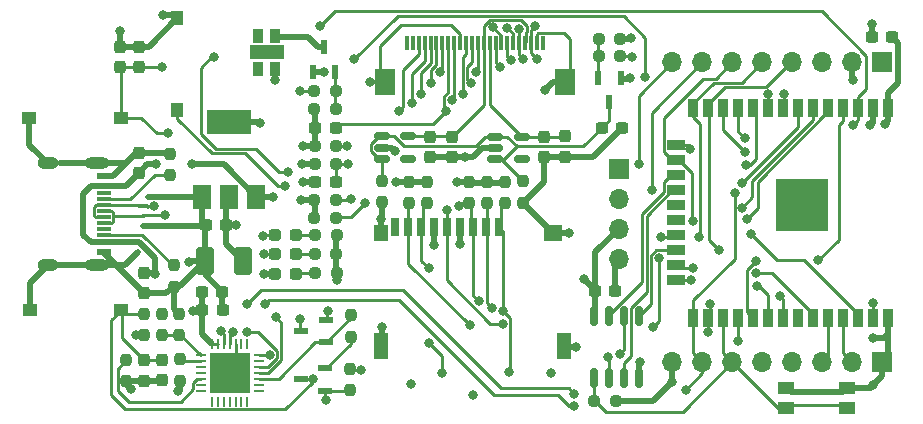
<source format=gtl>
%TF.GenerationSoftware,KiCad,Pcbnew,7.0.2*%
%TF.CreationDate,2024-01-21T15:04:14+01:00*%
%TF.ProjectId,ESP32CAM,45535033-3243-4414-9d2e-6b696361645f,rev?*%
%TF.SameCoordinates,Original*%
%TF.FileFunction,Copper,L1,Top*%
%TF.FilePolarity,Positive*%
%FSLAX46Y46*%
G04 Gerber Fmt 4.6, Leading zero omitted, Abs format (unit mm)*
G04 Created by KiCad (PCBNEW 7.0.2) date 2024-01-21 15:04:14*
%MOMM*%
%LPD*%
G01*
G04 APERTURE LIST*
G04 Aperture macros list*
%AMRoundRect*
0 Rectangle with rounded corners*
0 $1 Rounding radius*
0 $2 $3 $4 $5 $6 $7 $8 $9 X,Y pos of 4 corners*
0 Add a 4 corners polygon primitive as box body*
4,1,4,$2,$3,$4,$5,$6,$7,$8,$9,$2,$3,0*
0 Add four circle primitives for the rounded corners*
1,1,$1+$1,$2,$3*
1,1,$1+$1,$4,$5*
1,1,$1+$1,$6,$7*
1,1,$1+$1,$8,$9*
0 Add four rect primitives between the rounded corners*
20,1,$1+$1,$2,$3,$4,$5,0*
20,1,$1+$1,$4,$5,$6,$7,0*
20,1,$1+$1,$6,$7,$8,$9,0*
20,1,$1+$1,$8,$9,$2,$3,0*%
G04 Aperture macros list end*
%TA.AperFunction,SMDPad,CuDef*%
%ADD10R,1.150000X0.600000*%
%TD*%
%TA.AperFunction,SMDPad,CuDef*%
%ADD11R,1.150000X0.300000*%
%TD*%
%TA.AperFunction,ComponentPad*%
%ADD12O,2.100000X1.000000*%
%TD*%
%TA.AperFunction,ComponentPad*%
%ADD13O,1.800000X1.000000*%
%TD*%
%TA.AperFunction,SMDPad,CuDef*%
%ADD14RoundRect,0.237500X-0.237500X0.250000X-0.237500X-0.250000X0.237500X-0.250000X0.237500X0.250000X0*%
%TD*%
%TA.AperFunction,SMDPad,CuDef*%
%ADD15RoundRect,0.237500X-0.237500X0.300000X-0.237500X-0.300000X0.237500X-0.300000X0.237500X0.300000X0*%
%TD*%
%TA.AperFunction,SMDPad,CuDef*%
%ADD16RoundRect,0.237500X-0.287500X-0.237500X0.287500X-0.237500X0.287500X0.237500X-0.287500X0.237500X0*%
%TD*%
%TA.AperFunction,SMDPad,CuDef*%
%ADD17R,0.600000X1.300000*%
%TD*%
%TA.AperFunction,SMDPad,CuDef*%
%ADD18R,1.250000X1.000000*%
%TD*%
%TA.AperFunction,SMDPad,CuDef*%
%ADD19RoundRect,0.237500X-0.250000X-0.237500X0.250000X-0.237500X0.250000X0.237500X-0.250000X0.237500X0*%
%TD*%
%TA.AperFunction,SMDPad,CuDef*%
%ADD20R,1.450000X1.000000*%
%TD*%
%TA.AperFunction,SMDPad,CuDef*%
%ADD21RoundRect,0.237500X0.250000X0.237500X-0.250000X0.237500X-0.250000X-0.237500X0.250000X-0.237500X0*%
%TD*%
%TA.AperFunction,SMDPad,CuDef*%
%ADD22RoundRect,0.237500X0.237500X-0.250000X0.237500X0.250000X-0.237500X0.250000X-0.237500X-0.250000X0*%
%TD*%
%TA.AperFunction,SMDPad,CuDef*%
%ADD23RoundRect,0.237500X0.300000X0.237500X-0.300000X0.237500X-0.300000X-0.237500X0.300000X-0.237500X0*%
%TD*%
%TA.AperFunction,SMDPad,CuDef*%
%ADD24R,0.900000X1.200000*%
%TD*%
%TA.AperFunction,SMDPad,CuDef*%
%ADD25RoundRect,0.237500X-0.300000X-0.237500X0.300000X-0.237500X0.300000X0.237500X-0.300000X0.237500X0*%
%TD*%
%TA.AperFunction,SMDPad,CuDef*%
%ADD26RoundRect,0.237500X0.237500X-0.300000X0.237500X0.300000X-0.237500X0.300000X-0.237500X-0.300000X0*%
%TD*%
%TA.AperFunction,SMDPad,CuDef*%
%ADD27R,1.000000X1.250000*%
%TD*%
%TA.AperFunction,SMDPad,CuDef*%
%ADD28RoundRect,0.150000X-0.512500X-0.150000X0.512500X-0.150000X0.512500X0.150000X-0.512500X0.150000X0*%
%TD*%
%TA.AperFunction,SMDPad,CuDef*%
%ADD29RoundRect,0.062500X0.062500X-0.117500X0.062500X0.117500X-0.062500X0.117500X-0.062500X-0.117500X0*%
%TD*%
%TA.AperFunction,ComponentPad*%
%ADD30R,1.700000X1.700000*%
%TD*%
%TA.AperFunction,ComponentPad*%
%ADD31O,1.700000X1.700000*%
%TD*%
%TA.AperFunction,SMDPad,CuDef*%
%ADD32R,0.900000X1.500000*%
%TD*%
%TA.AperFunction,SMDPad,CuDef*%
%ADD33R,1.500000X0.900000*%
%TD*%
%TA.AperFunction,SMDPad,CuDef*%
%ADD34R,4.500000X4.500000*%
%TD*%
%TA.AperFunction,SMDPad,CuDef*%
%ADD35RoundRect,0.250001X0.499999X0.924999X-0.499999X0.924999X-0.499999X-0.924999X0.499999X-0.924999X0*%
%TD*%
%TA.AperFunction,SMDPad,CuDef*%
%ADD36RoundRect,0.062500X-0.062500X0.117500X-0.062500X-0.117500X0.062500X-0.117500X0.062500X0.117500X0*%
%TD*%
%TA.AperFunction,SMDPad,CuDef*%
%ADD37R,1.500000X2.000000*%
%TD*%
%TA.AperFunction,SMDPad,CuDef*%
%ADD38R,3.800000X2.000000*%
%TD*%
%TA.AperFunction,SMDPad,CuDef*%
%ADD39R,1.300000X0.600000*%
%TD*%
%TA.AperFunction,SMDPad,CuDef*%
%ADD40R,3.000000X1.300000*%
%TD*%
%TA.AperFunction,SMDPad,CuDef*%
%ADD41R,0.700000X1.600000*%
%TD*%
%TA.AperFunction,SMDPad,CuDef*%
%ADD42R,1.200000X2.200000*%
%TD*%
%TA.AperFunction,SMDPad,CuDef*%
%ADD43R,1.600000X1.400000*%
%TD*%
%TA.AperFunction,SMDPad,CuDef*%
%ADD44R,1.200000X1.400000*%
%TD*%
%TA.AperFunction,SMDPad,CuDef*%
%ADD45RoundRect,0.062500X-0.062500X0.337500X-0.062500X-0.337500X0.062500X-0.337500X0.062500X0.337500X0*%
%TD*%
%TA.AperFunction,SMDPad,CuDef*%
%ADD46RoundRect,0.062500X-0.337500X0.062500X-0.337500X-0.062500X0.337500X-0.062500X0.337500X0.062500X0*%
%TD*%
%TA.AperFunction,SMDPad,CuDef*%
%ADD47R,3.350000X3.350000*%
%TD*%
%TA.AperFunction,SMDPad,CuDef*%
%ADD48RoundRect,0.150000X0.150000X-0.675000X0.150000X0.675000X-0.150000X0.675000X-0.150000X-0.675000X0*%
%TD*%
%TA.AperFunction,SMDPad,CuDef*%
%ADD49R,0.300000X1.300000*%
%TD*%
%TA.AperFunction,SMDPad,CuDef*%
%ADD50R,1.800000X2.200000*%
%TD*%
%TA.AperFunction,ViaPad*%
%ADD51C,0.800000*%
%TD*%
%TA.AperFunction,Conductor*%
%ADD52C,0.550000*%
%TD*%
%TA.AperFunction,Conductor*%
%ADD53C,0.254000*%
%TD*%
G04 APERTURE END LIST*
D10*
%TO.P,J1,A1,GND*%
%TO.N,GND*%
X157605000Y-83300000D03*
%TO.P,J1,A4,VBUS*%
%TO.N,/USB_PWR*%
X157605000Y-84100000D03*
D11*
%TO.P,J1,A5,CC1*%
%TO.N,Net-(J1-CC1)*%
X157605000Y-85250000D03*
%TO.P,J1,A6,D+*%
%TO.N,/DATA+*%
X157605000Y-86250000D03*
%TO.P,J1,A7,D-*%
%TO.N,/DATA-*%
X157605000Y-86750000D03*
%TO.P,J1,A8,SBU1*%
%TO.N,unconnected-(J1-SBU1-PadA8)*%
X157605000Y-87750000D03*
D10*
%TO.P,J1,A9,VBUS*%
%TO.N,/USB_PWR*%
X157605000Y-88900000D03*
%TO.P,J1,A12,GND*%
%TO.N,GND*%
X157605000Y-89700000D03*
%TO.P,J1,B1,GND*%
X157605000Y-89700000D03*
%TO.P,J1,B4,VBUS*%
%TO.N,/USB_PWR*%
X157605000Y-88900000D03*
D11*
%TO.P,J1,B5,CC2*%
%TO.N,Net-(J1-CC2)*%
X157605000Y-88250000D03*
%TO.P,J1,B6,D+*%
%TO.N,/DATA+*%
X157605000Y-87250000D03*
%TO.P,J1,B7,D-*%
%TO.N,/DATA-*%
X157605000Y-85750000D03*
%TO.P,J1,B8,SBU2*%
%TO.N,unconnected-(J1-SBU2-PadB8)*%
X157605000Y-84750000D03*
D10*
%TO.P,J1,B9,VBUS*%
%TO.N,/USB_PWR*%
X157605000Y-84100000D03*
%TO.P,J1,B12,GND*%
%TO.N,GND*%
X157605000Y-83300000D03*
D12*
%TO.P,J1,S1,SHIELD*%
X157030000Y-82180000D03*
D13*
X152850000Y-82180000D03*
D12*
X157030000Y-90820000D03*
D13*
X152850000Y-90820000D03*
%TD*%
D14*
%TO.P,R28,1*%
%TO.N,/VCC_ESP*%
X183421800Y-83745700D03*
%TO.P,R28,2*%
%TO.N,/HS2_DATA1*%
X183421800Y-85570700D03*
%TD*%
D15*
%TO.P,C5,1*%
%TO.N,/CSI_1.2V*%
X196662500Y-79934100D03*
%TO.P,C5,2*%
%TO.N,GND*%
X196662500Y-81659100D03*
%TD*%
D16*
%TO.P,D3,1,K*%
%TO.N,/TXD*%
X172125000Y-89900000D03*
%TO.P,D3,2,A*%
%TO.N,Net-(D3-A)*%
X173875000Y-89900000D03*
%TD*%
D14*
%TO.P,R23,1*%
%TO.N,/VCC_ESP*%
X190017400Y-83771100D03*
%TO.P,R23,2*%
%TO.N,/HS2_DATA3*%
X190017400Y-85596100D03*
%TD*%
D17*
%TO.P,Q1,1,D*%
%TO.N,/VCC_ESP*%
X201350000Y-74950000D03*
%TO.P,Q1,2,G*%
%TO.N,Net-(Q1-G)*%
X199450000Y-74950000D03*
%TO.P,Q1,3,S*%
%TO.N,Net-(#FLG02-pwr)*%
X200400000Y-77050000D03*
%TD*%
D18*
%TO.P,S1,1*%
%TO.N,GND*%
X151293600Y-78333600D03*
%TO.P,S1,2*%
%TO.N,/EN*%
X159043600Y-78333600D03*
%TD*%
D19*
%TO.P,R6,1*%
%TO.N,Net-(Q1-G)*%
X199512500Y-71650000D03*
%TO.P,R6,2*%
%TO.N,/VCC_ESP*%
X201337500Y-71650000D03*
%TD*%
D15*
%TO.P,C9,1*%
%TO.N,/CSI_2.8V*%
X187059100Y-79984900D03*
%TO.P,C9,2*%
%TO.N,GND*%
X187059100Y-81709900D03*
%TD*%
D20*
%TO.P,S7,1*%
%TO.N,/I016*%
X220542000Y-102920800D03*
X215392000Y-102920800D03*
%TO.P,S7,2*%
%TO.N,GND*%
X220542000Y-101220800D03*
X215392000Y-101220800D03*
%TD*%
D21*
%TO.P,R1,1*%
%TO.N,/VCC_ESP*%
X177325000Y-88300000D03*
%TO.P,R1,2*%
%TO.N,Net-(D2-A)*%
X175500000Y-88300000D03*
%TD*%
D15*
%TO.P,C21,1*%
%TO.N,/CSI_MCLK*%
X162500000Y-98862500D03*
%TO.P,C21,2*%
%TO.N,GND*%
X162500000Y-100587500D03*
%TD*%
D19*
%TO.P,R34,1*%
%TO.N,/VCC_ESP*%
X175390000Y-85344000D03*
%TO.P,R34,2*%
%TO.N,/TWI_SCK*%
X177215000Y-85344000D03*
%TD*%
D22*
%TO.P,R2,1*%
%TO.N,/VCC_ESP*%
X164025000Y-100637500D03*
%TO.P,R2,2*%
%TO.N,Net-(U4-~{RST})*%
X164025000Y-98812500D03*
%TD*%
D23*
%TO.P,C3,1*%
%TO.N,GND*%
X167638900Y-93116400D03*
%TO.P,C3,2*%
%TO.N,/VCC_ESP*%
X165913900Y-93116400D03*
%TD*%
D19*
%TO.P,R31,1*%
%TO.N,/VCC_ESP*%
X175440000Y-82265000D03*
%TO.P,R31,2*%
%TO.N,/CAM_RST*%
X177265000Y-82265000D03*
%TD*%
D16*
%TO.P,D5,1,K*%
%TO.N,GND*%
X172125000Y-91540000D03*
%TO.P,D5,2,A*%
%TO.N,Net-(D5-A)*%
X173875000Y-91540000D03*
%TD*%
D24*
%TO.P,D7,1,K*%
%TO.N,Net-(D7-K)*%
X172125000Y-71390000D03*
%TO.P,D7,2,A*%
%TO.N,/VCC_ESP*%
X172125000Y-74190000D03*
%TO.P,D7,3*%
%TO.N,N/C*%
X170675000Y-74190000D03*
%TO.P,D7,4*%
X170675000Y-71390000D03*
%TD*%
D25*
%TO.P,C12,1*%
%TO.N,/VCC_ESP*%
X199187500Y-92975000D03*
%TO.P,C12,2*%
%TO.N,GND*%
X200912500Y-92975000D03*
%TD*%
D26*
%TO.P,C6,1*%
%TO.N,/USB_PWR*%
X160553400Y-83031500D03*
%TO.P,C6,2*%
%TO.N,GND*%
X160553400Y-81306500D03*
%TD*%
D25*
%TO.P,C11,1*%
%TO.N,Net-(#FLG02-pwr)*%
X199737500Y-79200000D03*
%TO.P,C11,2*%
%TO.N,GND*%
X201462500Y-79200000D03*
%TD*%
D27*
%TO.P,S3,1*%
%TO.N,/HS2_DATA3*%
X163800000Y-77675000D03*
%TO.P,S3,2*%
%TO.N,GND*%
X163800000Y-69925000D03*
%TD*%
D21*
%TO.P,R9,1*%
%TO.N,/VCC_ESP*%
X177342500Y-91500000D03*
%TO.P,R9,2*%
%TO.N,Net-(D5-A)*%
X175517500Y-91500000D03*
%TD*%
D23*
%TO.P,C8,1*%
%TO.N,/VCC_ESP*%
X167932500Y-87470000D03*
%TO.P,C8,2*%
%TO.N,GND*%
X166207500Y-87470000D03*
%TD*%
D16*
%TO.P,D2,1,K*%
%TO.N,/RXD*%
X172125000Y-88300000D03*
%TO.P,D2,2,A*%
%TO.N,Net-(D2-A)*%
X173875000Y-88300000D03*
%TD*%
D18*
%TO.P,S2,1*%
%TO.N,GND*%
X151325000Y-94589600D03*
%TO.P,S2,2*%
%TO.N,/CSI_MCLK*%
X159075000Y-94589600D03*
%TD*%
D15*
%TO.P,C1,1*%
%TO.N,/USB_PWR*%
X161000000Y-91500000D03*
%TO.P,C1,2*%
%TO.N,GND*%
X161000000Y-93225000D03*
%TD*%
D22*
%TO.P,R3,1*%
%TO.N,Net-(J1-CC1)*%
X163195000Y-83208500D03*
%TO.P,R3,2*%
%TO.N,GND*%
X163195000Y-81383500D03*
%TD*%
%TO.P,R7,1*%
%TO.N,GND*%
X193090000Y-85562500D03*
%TO.P,R7,2*%
%TO.N,Net-(#FLG02-pwr)*%
X193090000Y-83737500D03*
%TD*%
D28*
%TO.P,U2,1,IN*%
%TO.N,Net-(#FLG02-pwr)*%
X190734100Y-79949000D03*
%TO.P,U2,2,GND*%
%TO.N,GND*%
X190734100Y-80899000D03*
%TO.P,U2,3,EN*%
%TO.N,Net-(#FLG02-pwr)*%
X190734100Y-81849000D03*
%TO.P,U2,4,NC*%
%TO.N,unconnected-(U2-NC-Pad4)*%
X193009100Y-81849000D03*
%TO.P,U2,5,OUT*%
%TO.N,/CSI_1.2V*%
X193009100Y-79949000D03*
%TD*%
D29*
%TO.P,D6,1,A1*%
%TO.N,GND*%
X161315400Y-85051000D03*
%TO.P,D6,2,A2*%
%TO.N,/DATA-*%
X161315400Y-85891000D03*
%TD*%
D30*
%TO.P,J6,1,Pin_1*%
%TO.N,Net-(J6-Pin_1)*%
X201200000Y-82660000D03*
D31*
%TO.P,J6,2,Pin_2*%
%TO.N,Net-(J6-Pin_2)*%
X201200000Y-85200000D03*
%TO.P,J6,3,Pin_3*%
%TO.N,/VCC_ESP*%
X201200000Y-87740000D03*
%TO.P,J6,4,Pin_4*%
%TO.N,GND*%
X201200000Y-90280000D03*
%TD*%
D14*
%TO.P,R12,1*%
%TO.N,Net-(U4-SUSPEND)*%
X159475000Y-98837500D03*
%TO.P,R12,2*%
%TO.N,GND*%
X159475000Y-100662500D03*
%TD*%
D26*
%TO.P,C22,1*%
%TO.N,/EN*%
X160600000Y-74062500D03*
%TO.P,C22,2*%
%TO.N,GND*%
X160600000Y-72337500D03*
%TD*%
D15*
%TO.P,C4,1*%
%TO.N,/CSI_1.2V*%
X194862500Y-79987500D03*
%TO.P,C4,2*%
%TO.N,GND*%
X194862500Y-81712500D03*
%TD*%
D32*
%TO.P,IC1,1,GND_1*%
%TO.N,GND*%
X224010000Y-77500000D03*
%TO.P,IC1,2,3V3*%
%TO.N,/VCC_ESP*%
X222740000Y-77500000D03*
%TO.P,IC1,3,EN*%
%TO.N,/EN*%
X221470000Y-77500000D03*
%TO.P,IC1,4,SENSOR_VP*%
%TO.N,/CSI_D4*%
X220200000Y-77500000D03*
%TO.P,IC1,5,SENSOR_VN*%
%TO.N,/CSI_D5*%
X218930000Y-77500000D03*
%TO.P,IC1,6,IO34*%
%TO.N,/CSI_D6*%
X217660000Y-77500000D03*
%TO.P,IC1,7,IO35*%
%TO.N,/CSI_D7*%
X216390000Y-77500000D03*
%TO.P,IC1,8,IO32*%
%TO.N,/CAM_PWR*%
X215120000Y-77500000D03*
%TO.P,IC1,9,IO33*%
%TO.N,/LED*%
X213850000Y-77500000D03*
%TO.P,IC1,10,IO25*%
%TO.N,/CSI_VSYNC*%
X212580000Y-77500000D03*
%TO.P,IC1,11,IO26*%
%TO.N,/TWI_SDA*%
X211310000Y-77500000D03*
%TO.P,IC1,12,IO27*%
%TO.N,/TWI_SCK*%
X210040000Y-77500000D03*
%TO.P,IC1,13,IO14*%
%TO.N,/HS2_CLK*%
X208770000Y-77500000D03*
%TO.P,IC1,14,IO12*%
%TO.N,/HS2_DATA2*%
X207500000Y-77500000D03*
D33*
%TO.P,IC1,15,GND_2*%
%TO.N,GND*%
X206000000Y-80690000D03*
%TO.P,IC1,16,IO13*%
%TO.N,/HS2_DATA3*%
X206000000Y-81960000D03*
%TO.P,IC1,17,SHD/SD2*%
%TO.N,/SD2*%
X206000000Y-83230000D03*
%TO.P,IC1,18,SHD/SD3*%
%TO.N,/SD3*%
X206000000Y-84500000D03*
%TO.P,IC1,19,SCS/CMD*%
%TO.N,/CMD*%
X206000000Y-85770000D03*
%TO.P,IC1,20,SCK/CLK*%
%TO.N,/CLK*%
X206000000Y-87040000D03*
%TO.P,IC1,21,SDO/SD0*%
%TO.N,/SD0*%
X206000000Y-88310000D03*
%TO.P,IC1,22,SDI/SD1*%
%TO.N,/SD1*%
X206000000Y-89580000D03*
%TO.P,IC1,23,IO15*%
%TO.N,/HS2_CMD*%
X206000000Y-90850000D03*
%TO.P,IC1,24,IO2*%
%TO.N,/HS2_DATA0*%
X206000000Y-92120000D03*
D32*
%TO.P,IC1,25,IO0*%
%TO.N,/CSI_MCLK*%
X207500000Y-95300000D03*
%TO.P,IC1,26,IO4*%
%TO.N,/HS2_DATA1*%
X208770000Y-95300000D03*
%TO.P,IC1,27,IO16*%
%TO.N,/I016*%
X210040000Y-95300000D03*
%TO.P,IC1,28,IO17*%
%TO.N,/PSRAM_CLK*%
X211310000Y-95300000D03*
%TO.P,IC1,29,IO5*%
%TO.N,/CSI_D0*%
X212580000Y-95300000D03*
%TO.P,IC1,30,IO18*%
%TO.N,/CSI_D1*%
X213850000Y-95300000D03*
%TO.P,IC1,31,IO19*%
%TO.N,/CSI_D2*%
X215120000Y-95300000D03*
%TO.P,IC1,32,NC*%
%TO.N,unconnected-(IC1-NC-Pad32)*%
X216390000Y-95300000D03*
%TO.P,IC1,33,IO21*%
%TO.N,/CSI_D3*%
X217660000Y-95300000D03*
%TO.P,IC1,34,RXD0*%
%TO.N,/RXD0*%
X218930000Y-95300000D03*
%TO.P,IC1,35,TXDO*%
%TO.N,/TXD0*%
X220200000Y-95300000D03*
%TO.P,IC1,36,IO22*%
%TO.N,/CSI_PCLK*%
X221470000Y-95300000D03*
%TO.P,IC1,37,IO23*%
%TO.N,/CSI_HSYNC*%
X222740000Y-95300000D03*
%TO.P,IC1,38,GND_3*%
%TO.N,GND*%
X224010000Y-95300000D03*
D34*
%TO.P,IC1,39,EP*%
X216670000Y-85720000D03*
X216670000Y-85720000D03*
%TD*%
D14*
%TO.P,R27,1*%
%TO.N,/VCC_ESP*%
X184962800Y-83745700D03*
%TO.P,R27,2*%
%TO.N,/HS2_DATA0*%
X184962800Y-85570700D03*
%TD*%
D26*
%TO.P,C18,1*%
%TO.N,GND*%
X160975000Y-100600000D03*
%TO.P,C18,2*%
%TO.N,/CSI_MCLK*%
X160975000Y-98875000D03*
%TD*%
D22*
%TO.P,R10,1*%
%TO.N,Net-(U4-VBUS)*%
X164000000Y-96775000D03*
%TO.P,R10,2*%
%TO.N,GND*%
X164000000Y-94950000D03*
%TD*%
D17*
%TO.P,Q2,1,E*%
%TO.N,GND*%
X175290400Y-74498200D03*
%TO.P,Q2,2,B*%
%TO.N,Net-(Q2-B)*%
X177190400Y-74498200D03*
%TO.P,Q2,3,C*%
%TO.N,Net-(D7-K)*%
X176240400Y-72398200D03*
%TD*%
D14*
%TO.P,R26,1*%
%TO.N,/VCC_ESP*%
X188493400Y-83771100D03*
%TO.P,R26,2*%
%TO.N,/HS2_CMD*%
X188493400Y-85596100D03*
%TD*%
D35*
%TO.P,C7,1*%
%TO.N,/VCC_ESP*%
X169375000Y-90500000D03*
%TO.P,C7,2*%
%TO.N,GND*%
X166125000Y-90500000D03*
%TD*%
D14*
%TO.P,R4,1*%
%TO.N,Net-(J1-CC2)*%
X163500000Y-90837500D03*
%TO.P,R4,2*%
%TO.N,GND*%
X163500000Y-92662500D03*
%TD*%
D36*
%TO.P,D4,1,A1*%
%TO.N,GND*%
X160900000Y-87520000D03*
%TO.P,D4,2,A2*%
%TO.N,/DATA+*%
X160900000Y-86680000D03*
%TD*%
D14*
%TO.P,R29,1*%
%TO.N,/CSI_MCLK*%
X161000000Y-94950000D03*
%TO.P,R29,2*%
%TO.N,/VCC_ESP*%
X161000000Y-96775000D03*
%TD*%
D19*
%TO.P,R19,1*%
%TO.N,GND*%
X175435000Y-80760000D03*
%TO.P,R19,2*%
%TO.N,Net-(J4-Pin_17)*%
X177260000Y-80760000D03*
%TD*%
D22*
%TO.P,R30,1*%
%TO.N,/DTR*%
X178400000Y-101437500D03*
%TO.P,R30,2*%
%TO.N,Net-(Q5-B)*%
X178400000Y-99612500D03*
%TD*%
D37*
%TO.P,U1,1,GND*%
%TO.N,GND*%
X165900000Y-85040000D03*
%TO.P,U1,2,VO*%
%TO.N,/VCC_ESP*%
X168200000Y-85040000D03*
D38*
X168200000Y-78740000D03*
D37*
%TO.P,U1,3,VI*%
%TO.N,/USB_PWR*%
X170500000Y-85040000D03*
%TD*%
D39*
%TO.P,Q6,1,E*%
%TO.N,/DTR*%
X176362500Y-101450000D03*
%TO.P,Q6,2,B*%
%TO.N,Net-(Q6-B)*%
X176362500Y-99550000D03*
%TO.P,Q6,3,C*%
%TO.N,/CSI_MCLK*%
X174262500Y-100500000D03*
%TD*%
%TO.P,Q5,1,E*%
%TO.N,/RTS*%
X176412500Y-97350000D03*
%TO.P,Q5,2,B*%
%TO.N,Net-(Q5-B)*%
X176412500Y-95450000D03*
%TO.P,Q5,3,C*%
%TO.N,/EN*%
X174312500Y-96400000D03*
%TD*%
D25*
%TO.P,C17,1*%
%TO.N,GND*%
X175490000Y-83790000D03*
%TO.P,C17,2*%
%TO.N,/CAM_RST*%
X177215000Y-83790000D03*
%TD*%
D19*
%TO.P,R14,1*%
%TO.N,/LED*%
X175390000Y-76073000D03*
%TO.P,R14,2*%
%TO.N,Net-(Q2-B)*%
X177215000Y-76073000D03*
%TD*%
D36*
%TO.P,D1,1,A1*%
%TO.N,GND*%
X160500000Y-89730100D03*
%TO.P,D1,2,A2*%
%TO.N,/USB_PWR*%
X160500000Y-88890100D03*
%TD*%
D40*
%TO.P,REF\u002A\u002A,1*%
%TO.N,GND*%
X171400000Y-72790000D03*
%TD*%
D19*
%TO.P,R36,1*%
%TO.N,/VCC_ESP*%
X175390000Y-86868000D03*
%TO.P,R36,2*%
%TO.N,/TWI_SDA*%
X177215000Y-86868000D03*
%TD*%
D14*
%TO.P,R22,1*%
%TO.N,/VCC_ESP*%
X191541400Y-83745700D03*
%TO.P,R22,2*%
%TO.N,/HS2_DATA2*%
X191541400Y-85570700D03*
%TD*%
%TO.P,R8,1*%
%TO.N,/USB_PWR*%
X162500000Y-94945000D03*
%TO.P,R8,2*%
%TO.N,Net-(U4-VBUS)*%
X162500000Y-96770000D03*
%TD*%
D28*
%TO.P,U3,1,IN*%
%TO.N,Net-(#FLG02-pwr)*%
X181112500Y-79925000D03*
%TO.P,U3,2,GND*%
%TO.N,GND*%
X181112500Y-80875000D03*
%TO.P,U3,3,EN*%
%TO.N,Net-(#FLG02-pwr)*%
X181112500Y-81825000D03*
%TO.P,U3,4,NC*%
%TO.N,unconnected-(U3-NC-Pad4)*%
X183387500Y-81825000D03*
%TO.P,U3,5,OUT*%
%TO.N,/CSI_2.8V*%
X183387500Y-79925000D03*
%TD*%
D15*
%TO.P,C10,1*%
%TO.N,/CSI_2.8V*%
X185230300Y-79984900D03*
%TO.P,C10,2*%
%TO.N,GND*%
X185230300Y-81709900D03*
%TD*%
%TO.P,C19,1*%
%TO.N,GND*%
X159000000Y-72337500D03*
%TO.P,C19,2*%
%TO.N,/EN*%
X159000000Y-74062500D03*
%TD*%
D21*
%TO.P,R11,1*%
%TO.N,/CAM_PWR*%
X201318500Y-73152000D03*
%TO.P,R11,2*%
%TO.N,Net-(Q1-G)*%
X199493500Y-73152000D03*
%TD*%
D41*
%TO.P,J7,1,DAT2*%
%TO.N,/HS2_DATA2*%
X191050000Y-87612500D03*
%TO.P,J7,2,DAT3/CD*%
%TO.N,/HS2_DATA3*%
X189950000Y-87612500D03*
%TO.P,J7,3,CMD*%
%TO.N,/HS2_CMD*%
X188850000Y-87612500D03*
%TO.P,J7,4,VDD*%
%TO.N,/VCC_ESP*%
X187750000Y-87612500D03*
%TO.P,J7,5,CLK*%
%TO.N,/HS2_CLK*%
X186650000Y-87612500D03*
%TO.P,J7,6,VSS*%
%TO.N,GND*%
X185550000Y-87612500D03*
%TO.P,J7,7,DAT0*%
%TO.N,/HS2_DATA0*%
X184450000Y-87612500D03*
%TO.P,J7,8,DAT1*%
%TO.N,/HS2_DATA1*%
X183350000Y-87612500D03*
%TO.P,J7,9,DET*%
%TO.N,unconnected-(J7-DET-Pad9)*%
X182250000Y-87612500D03*
D42*
%TO.P,J7,SH,SH*%
%TO.N,GND*%
X196550000Y-97712500D03*
D43*
X195650000Y-88112500D03*
D42*
X181050000Y-97712500D03*
D44*
X181050000Y-88112500D03*
%TD*%
D23*
%TO.P,C2,1*%
%TO.N,GND*%
X167664300Y-94640400D03*
%TO.P,C2,2*%
%TO.N,/VCC_ESP*%
X165939300Y-94640400D03*
%TD*%
D45*
%TO.P,U4,1,~{DCD}*%
%TO.N,unconnected-(U4-~{DCD}-Pad1)*%
X169750000Y-97500000D03*
%TO.P,U4,2,~{RI}/CLK*%
%TO.N,unconnected-(U4-~{RI}{slash}CLK-Pad2)*%
X169250000Y-97500000D03*
%TO.P,U4,3,GND*%
%TO.N,GND*%
X168750000Y-97500000D03*
%TO.P,U4,4,D+*%
%TO.N,/DATA+*%
X168250000Y-97500000D03*
%TO.P,U4,5,D-*%
%TO.N,/DATA-*%
X167750000Y-97500000D03*
%TO.P,U4,6,VDD*%
%TO.N,/VCC_ESP*%
X167250000Y-97500000D03*
%TO.P,U4,7,VREGIN*%
X166750000Y-97500000D03*
D46*
%TO.P,U4,8,VBUS*%
%TO.N,Net-(U4-VBUS)*%
X165800000Y-98450000D03*
%TO.P,U4,9,~{RST}*%
%TO.N,Net-(U4-~{RST})*%
X165800000Y-98950000D03*
%TO.P,U4,10,NC*%
%TO.N,unconnected-(U4-NC-Pad10)*%
X165800000Y-99450000D03*
%TO.P,U4,11,~{SUSPEND}*%
%TO.N,unconnected-(U4-~{SUSPEND}-Pad11)*%
X165800000Y-99950000D03*
%TO.P,U4,12,SUSPEND*%
%TO.N,Net-(U4-SUSPEND)*%
X165800000Y-100450000D03*
%TO.P,U4,13,CHREN*%
%TO.N,unconnected-(U4-CHREN-Pad13)*%
X165800000Y-100950000D03*
%TO.P,U4,14,CHR1*%
%TO.N,unconnected-(U4-CHR1-Pad14)*%
X165800000Y-101450000D03*
D45*
%TO.P,U4,15,CHR0*%
%TO.N,unconnected-(U4-CHR0-Pad15)*%
X166750000Y-102400000D03*
%TO.P,U4,16,~{WAKEUP}/GPIO.3*%
%TO.N,unconnected-(U4-~{WAKEUP}{slash}GPIO.3-Pad16)*%
X167250000Y-102400000D03*
%TO.P,U4,17,RS485/GPIO.2*%
%TO.N,unconnected-(U4-RS485{slash}GPIO.2-Pad17)*%
X167750000Y-102400000D03*
%TO.P,U4,18,~{RXT}/GPIO.1*%
%TO.N,unconnected-(U4-~{RXT}{slash}GPIO.1-Pad18)*%
X168250000Y-102400000D03*
%TO.P,U4,19,~{TXT}/GPIO.0*%
%TO.N,unconnected-(U4-~{TXT}{slash}GPIO.0-Pad19)*%
X168750000Y-102400000D03*
%TO.P,U4,20,GPIO.6*%
%TO.N,unconnected-(U4-GPIO.6-Pad20)*%
X169250000Y-102400000D03*
%TO.P,U4,21,GPIO.5*%
%TO.N,unconnected-(U4-GPIO.5-Pad21)*%
X169750000Y-102400000D03*
D46*
%TO.P,U4,22,GPIO.4*%
%TO.N,unconnected-(U4-GPIO.4-Pad22)*%
X170700000Y-101450000D03*
%TO.P,U4,23,~{CTS}*%
%TO.N,unconnected-(U4-~{CTS}-Pad23)*%
X170700000Y-100950000D03*
%TO.P,U4,24,~{RTS}*%
%TO.N,/RTS*%
X170700000Y-100450000D03*
%TO.P,U4,25,RXD*%
%TO.N,/RXD*%
X170700000Y-99950000D03*
%TO.P,U4,26,TXD*%
%TO.N,/TXD*%
X170700000Y-99450000D03*
%TO.P,U4,27,~{DSR}*%
%TO.N,unconnected-(U4-~{DSR}-Pad27)*%
X170700000Y-98950000D03*
%TO.P,U4,28,~{DTR}*%
%TO.N,/DTR*%
X170700000Y-98450000D03*
D47*
%TO.P,U4,29,GND*%
%TO.N,GND*%
X168250000Y-99950000D03*
%TD*%
D48*
%TO.P,U5,1,~{CS}*%
%TO.N,/I016*%
X199130000Y-100350000D03*
%TO.P,U5,2,SO/SIO1*%
%TO.N,/SD0*%
X200400000Y-100350000D03*
%TO.P,U5,3,~{WP}/SIO2*%
%TO.N,/SD3*%
X201670000Y-100350000D03*
%TO.P,U5,4,GND*%
%TO.N,GND*%
X202940000Y-100350000D03*
%TO.P,U5,5,SI/SIO0*%
%TO.N,/SD1*%
X202940000Y-95100000D03*
%TO.P,U5,6,SCLK*%
%TO.N,/PSRAM_CLK*%
X201670000Y-95100000D03*
%TO.P,U5,7,~{HOLD}/SIO3*%
%TO.N,/SD2*%
X200400000Y-95100000D03*
%TO.P,U5,8,VCC*%
%TO.N,/VCC_ESP*%
X199130000Y-95100000D03*
%TD*%
D23*
%TO.P,C16,1*%
%TO.N,/CSI_PCLK*%
X177220000Y-79240000D03*
%TO.P,C16,2*%
%TO.N,GND*%
X175495000Y-79240000D03*
%TD*%
D19*
%TO.P,R15,1*%
%TO.N,GND*%
X175390000Y-77597000D03*
%TO.P,R15,2*%
%TO.N,Net-(Q2-B)*%
X177215000Y-77597000D03*
%TD*%
D21*
%TO.P,R16,1*%
%TO.N,/VCC_ESP*%
X200962900Y-102311200D03*
%TO.P,R16,2*%
%TO.N,/I016*%
X199137900Y-102311200D03*
%TD*%
%TO.P,R5,1*%
%TO.N,/VCC_ESP*%
X177275000Y-89900000D03*
%TO.P,R5,2*%
%TO.N,Net-(D3-A)*%
X175450000Y-89900000D03*
%TD*%
D49*
%TO.P,J4,1,Pin_1*%
%TO.N,unconnected-(J4-Pin_1-Pad1)*%
X183262500Y-72050000D03*
%TO.P,J4,2,Pin_2*%
%TO.N,unconnected-(J4-Pin_2-Pad2)*%
X183762500Y-72050000D03*
%TO.P,J4,3,Pin_3*%
%TO.N,/CSI_D2*%
X184262500Y-72050000D03*
%TO.P,J4,4,Pin_4*%
%TO.N,/CSI_D1*%
X184762500Y-72050000D03*
%TO.P,J4,5,Pin_5*%
%TO.N,/CSI_D3*%
X185262500Y-72050000D03*
%TO.P,J4,6,Pin_6*%
%TO.N,/CSI_D0*%
X185762500Y-72050000D03*
%TO.P,J4,7,Pin_7*%
%TO.N,/CSI_D4*%
X186262500Y-72050000D03*
%TO.P,J4,8,Pin_8*%
%TO.N,/CSI_PCLK*%
X186762500Y-72050000D03*
%TO.P,J4,9,Pin_9*%
%TO.N,/CSI_D5*%
X187262500Y-72050000D03*
%TO.P,J4,10,Pin_10*%
%TO.N,GND*%
X187762500Y-72050000D03*
%TO.P,J4,11,Pin_11*%
%TO.N,/CSI_D6*%
X188262500Y-72050000D03*
%TO.P,J4,12,Pin_12*%
%TO.N,/CSI_MCLK*%
X188762500Y-72050000D03*
%TO.P,J4,13,Pin_13*%
%TO.N,/CSI_D7*%
X189262500Y-72050000D03*
%TO.P,J4,14,Pin_14*%
%TO.N,/CSI_2.8V*%
X189762500Y-72050000D03*
%TO.P,J4,15,Pin_15*%
%TO.N,/CSI_1.2V*%
X190262500Y-72050000D03*
%TO.P,J4,16,Pin_16*%
%TO.N,/CSI_HSYNC*%
X190762500Y-72050000D03*
%TO.P,J4,17,Pin_17*%
%TO.N,Net-(J4-Pin_17)*%
X191262500Y-72050000D03*
%TO.P,J4,18,Pin_18*%
%TO.N,/CSI_VSYNC*%
X191762500Y-72050000D03*
%TO.P,J4,19,Pin_19*%
%TO.N,/CAM_RST*%
X192262500Y-72050000D03*
%TO.P,J4,20,Pin_20*%
%TO.N,/TWI_SCK*%
X192762500Y-72050000D03*
%TO.P,J4,21,Pin_21*%
%TO.N,/CSI_2.8V*%
X193262500Y-72050000D03*
%TO.P,J4,22,Pin_22*%
%TO.N,/TWI_SDA*%
X193762500Y-72050000D03*
%TO.P,J4,23,Pin_23*%
%TO.N,GND*%
X194262500Y-72050000D03*
%TO.P,J4,24,Pin_24*%
%TO.N,unconnected-(J4-Pin_24-Pad24)*%
X194762500Y-72050000D03*
D50*
%TO.P,J4,25,GND*%
%TO.N,GND*%
X196662500Y-75300000D03*
%TO.P,J4,26,GND*%
X181362500Y-75300000D03*
%TD*%
D14*
%TO.P,R37,1*%
%TO.N,/RTS*%
X178500000Y-95087500D03*
%TO.P,R37,2*%
%TO.N,Net-(Q6-B)*%
X178500000Y-96912500D03*
%TD*%
D22*
%TO.P,R13,1*%
%TO.N,GND*%
X181150000Y-85500000D03*
%TO.P,R13,2*%
%TO.N,Net-(#FLG02-pwr)*%
X181150000Y-83675000D03*
%TD*%
D25*
%TO.P,C14,1*%
%TO.N,/VCC_ESP*%
X222637500Y-71500000D03*
%TO.P,C14,2*%
%TO.N,GND*%
X224362500Y-71500000D03*
%TD*%
D30*
%TO.P,J5,1,Pin_1*%
%TO.N,GND*%
X223520000Y-99060000D03*
D31*
%TO.P,J5,2,Pin_2*%
%TO.N,/TXD0*%
X220980000Y-99060000D03*
%TO.P,J5,3,Pin_3*%
%TO.N,/RXD0*%
X218440000Y-99060000D03*
%TO.P,J5,4,Pin_4*%
%TO.N,/VCC_ESP*%
X215900000Y-99060000D03*
%TO.P,J5,5,Pin_5*%
%TO.N,/HS2_DATA1*%
X213360000Y-99060000D03*
%TO.P,J5,6,Pin_6*%
%TO.N,/I016*%
X210820000Y-99060000D03*
%TO.P,J5,7,Pin_7*%
%TO.N,/CSI_MCLK*%
X208280000Y-99060000D03*
%TO.P,J5,8,Pin_8*%
%TO.N,/VCC_ESP*%
X205740000Y-99060000D03*
%TD*%
D30*
%TO.P,J3,1,Pin_1*%
%TO.N,/USB_PWR*%
X223520000Y-73660000D03*
D31*
%TO.P,J3,2,Pin_2*%
%TO.N,GND*%
X220980000Y-73660000D03*
%TO.P,J3,3,Pin_3*%
X218440000Y-73660000D03*
%TO.P,J3,4,Pin_4*%
%TO.N,/HS2_CLK*%
X215900000Y-73660000D03*
%TO.P,J3,5,Pin_5*%
%TO.N,/HS2_DATA2*%
X213360000Y-73660000D03*
%TO.P,J3,6,Pin_6*%
%TO.N,/HS2_DATA3*%
X210820000Y-73660000D03*
%TO.P,J3,7,Pin_7*%
%TO.N,/HS2_CMD*%
X208280000Y-73660000D03*
%TO.P,J3,8,Pin_8*%
%TO.N,/HS2_DATA0*%
X205740000Y-73660000D03*
%TD*%
D51*
%TO.N,GND*%
X168200000Y-99800000D03*
X202971400Y-99060000D03*
X215000000Y-84000000D03*
X197590000Y-97750000D03*
X216600000Y-87400000D03*
X168250000Y-101000000D03*
X174421800Y-80772000D03*
X185547000Y-89103200D03*
X182250000Y-81170037D03*
X162640000Y-69690000D03*
X169500000Y-101000000D03*
X168250000Y-98750000D03*
X159871152Y-101317048D03*
X218400000Y-85600000D03*
X171170600Y-91567000D03*
X222750000Y-97000000D03*
X221005400Y-75133200D03*
X223748600Y-78892400D03*
X169500000Y-98750000D03*
X216600000Y-84000000D03*
X167000000Y-99800000D03*
X196950000Y-88100000D03*
X164846000Y-90525600D03*
X181140000Y-96080000D03*
X222750000Y-101000000D03*
X176225200Y-74498200D03*
X188870000Y-101790000D03*
X218400000Y-87400000D03*
X181100000Y-86950000D03*
X159004000Y-70993000D03*
X172339000Y-72821800D03*
X167000000Y-98750000D03*
X215000000Y-87400000D03*
X170383200Y-72847200D03*
X167000000Y-101000000D03*
X171399200Y-72847200D03*
X169400000Y-99800000D03*
X215000000Y-85600000D03*
X207237500Y-80962500D03*
X216600000Y-85600000D03*
X194925000Y-76025000D03*
X174447200Y-83769200D03*
X180175000Y-75300000D03*
X195450000Y-99940000D03*
X218400000Y-84000000D03*
X183591200Y-100888800D03*
X188175000Y-81675000D03*
%TO.N,/VCC_ESP*%
X174320200Y-85344000D03*
X202234800Y-71628000D03*
X187528200Y-83794600D03*
X163846666Y-101515066D03*
X187725000Y-89000000D03*
X177342800Y-92100000D03*
X222600000Y-70400000D03*
X202158600Y-75006200D03*
X205714600Y-100711000D03*
X222500000Y-79000000D03*
X198247000Y-92024200D03*
X168783000Y-87452200D03*
X170815000Y-78790800D03*
X165128500Y-94716600D03*
X172125000Y-75115000D03*
X182321200Y-83794600D03*
X174400000Y-82300000D03*
X160299400Y-96774000D03*
%TO.N,/EN*%
X162530000Y-74030000D03*
X174193200Y-95351600D03*
X221000000Y-79000000D03*
X175884200Y-70575800D03*
X163068000Y-79679800D03*
%TO.N,/CSI_D4*%
X218059000Y-90424000D03*
X186029600Y-74472800D03*
%TO.N,/CSI_D5*%
X187061676Y-76808158D03*
X212025102Y-86934492D03*
%TO.N,/CAM_RST*%
X178308000Y-82245200D03*
X191713543Y-70731452D03*
%TO.N,/CSI_D6*%
X187985400Y-76301600D03*
X211632702Y-85956796D03*
%TO.N,/CSI_D7*%
X211658235Y-83850100D03*
X189134400Y-74504654D03*
%TO.N,/CAM_PWR*%
X215163400Y-76301600D03*
X202336400Y-73228200D03*
%TO.N,/LED*%
X213817200Y-76352400D03*
X203454000Y-74930000D03*
X178816000Y-73406000D03*
X174218600Y-76123800D03*
%TO.N,/CSI_VSYNC*%
X192049400Y-73482200D03*
X211937600Y-82321400D03*
%TO.N,/TWI_SDA*%
X179730400Y-85547200D03*
X194259200Y-73353502D03*
X211861400Y-80086200D03*
X194063552Y-70603480D03*
%TO.N,/TWI_SCK*%
X192762500Y-70829203D03*
X211886800Y-81229200D03*
X178485800Y-85267800D03*
X193116200Y-73355200D03*
%TO.N,/HS2_CLK*%
X191363600Y-95783400D03*
X186625000Y-86175300D03*
X209677000Y-89560400D03*
%TO.N,/HS2_DATA2*%
X207949800Y-88417400D03*
X191920000Y-99880000D03*
X191430350Y-94732016D03*
%TO.N,/HS2_DATA3*%
X190424995Y-94417169D03*
X207481000Y-87097997D03*
X172920000Y-84090000D03*
%TO.N,/SD0*%
X204614306Y-90239544D03*
X204107500Y-96069823D03*
X200244457Y-98591597D03*
X204749400Y-88468200D03*
%TO.N,/HS2_CMD*%
X187675000Y-85825000D03*
X189331600Y-93903800D03*
X207487995Y-91086631D03*
X204012800Y-84455000D03*
%TO.N,/HS2_DATA0*%
X207314800Y-92125800D03*
X185089800Y-91109800D03*
X202869800Y-82270600D03*
X173180000Y-82940000D03*
X166930000Y-73230000D03*
%TO.N,/CSI_MCLK*%
X188645800Y-75438000D03*
X175285400Y-100507800D03*
X211023909Y-84691229D03*
X206857600Y-101422200D03*
%TO.N,/HS2_DATA1*%
X188569600Y-95935800D03*
X208762600Y-96494600D03*
X185115200Y-97409000D03*
X208952734Y-94144734D03*
X186205664Y-99967319D03*
%TO.N,/PSRAM_CLK*%
X201269600Y-98348800D03*
X211328000Y-97231200D03*
%TO.N,/CSI_D0*%
X185293000Y-75412600D03*
X212801200Y-90474800D03*
%TO.N,/CSI_D1*%
X212922980Y-92570653D03*
X183667400Y-77063600D03*
%TO.N,/CSI_D2*%
X214833200Y-93446600D03*
X182600600Y-77749400D03*
%TO.N,/CSI_D3*%
X212772737Y-91527918D03*
X184454800Y-76301600D03*
%TO.N,/RXD0*%
X197440000Y-101720000D03*
X169727252Y-94134000D03*
%TO.N,/TXD0*%
X171237063Y-94134000D03*
X197380742Y-102771835D03*
%TO.N,/CSI_PCLK*%
X212407500Y-88201500D03*
X186564297Y-77736857D03*
%TO.N,/CSI_HSYNC*%
X222758000Y-94005400D03*
X191109600Y-74041000D03*
%TO.N,/USB_PWR*%
X171958000Y-85039200D03*
X161950400Y-91541600D03*
X162052000Y-82296000D03*
X165100000Y-82296000D03*
X162500000Y-95000000D03*
%TO.N,/DATA+*%
X162814000Y-86588600D03*
X168554190Y-96459019D03*
%TO.N,/DATA-*%
X161823400Y-85826600D03*
X167503536Y-96381598D03*
%TO.N,/DTR*%
X176377600Y-102285800D03*
X171625000Y-98450000D03*
%TO.N,/RXD*%
X172161200Y-95250000D03*
X171069000Y-88341200D03*
%TO.N,/TXD*%
X171145200Y-89890600D03*
X169697400Y-96446500D03*
%TO.N,Net-(Q5-B)*%
X179349400Y-99745800D03*
X176593122Y-94728922D03*
%TO.N,Net-(J4-Pin_17)*%
X178155600Y-80772000D03*
X190550800Y-70688200D03*
%TD*%
D52*
%TO.N,GND*%
X224845000Y-75447406D02*
X224010000Y-76282406D01*
X220980000Y-73660000D02*
X220980000Y-75107800D01*
X165900000Y-87162500D02*
X166207500Y-87470000D01*
X200912500Y-92975000D02*
X200912500Y-90567500D01*
X161326400Y-85040000D02*
X161315400Y-85051000D01*
X220163000Y-101599800D02*
X220542000Y-101220800D01*
D53*
X180975000Y-72288400D02*
X180975000Y-74830300D01*
D52*
X194915900Y-81659100D02*
X194862500Y-81712500D01*
X151293600Y-78333600D02*
X151293600Y-80623600D01*
D53*
X196546400Y-71171400D02*
X197050000Y-71675000D01*
X187762500Y-71292800D02*
X187005500Y-70535800D01*
X197050000Y-71675000D02*
X197050000Y-74912500D01*
D52*
X174468000Y-83790000D02*
X174447200Y-83769200D01*
X159410100Y-90820000D02*
X160500000Y-89730100D01*
X194862500Y-81712500D02*
X194862500Y-83774400D01*
X151344400Y-92325600D02*
X152850000Y-90820000D01*
X220980000Y-75107800D02*
X221005400Y-75133200D01*
X224010000Y-77500000D02*
X224010000Y-78631000D01*
X197590000Y-97750000D02*
X196587500Y-97750000D01*
X163500000Y-94500000D02*
X164000000Y-95000000D01*
X223610000Y-97000000D02*
X222750000Y-97000000D01*
X166125000Y-90500000D02*
X166125000Y-87552500D01*
X175485000Y-79250000D02*
X175495000Y-79240000D01*
D53*
X168750000Y-97500000D02*
X168750000Y-99450000D01*
D52*
X162887500Y-93225000D02*
X163500000Y-92612500D01*
D53*
X194262500Y-72050000D02*
X194262500Y-71292800D01*
D52*
X151293600Y-80623600D02*
X152850000Y-82180000D01*
D53*
X206965000Y-80690000D02*
X206000000Y-80690000D01*
D52*
X199003400Y-81659100D02*
X196662500Y-81659100D01*
X196662500Y-81659100D02*
X194915900Y-81659100D01*
X166125000Y-90500000D02*
X166125000Y-91602500D01*
X171197600Y-91540000D02*
X171170600Y-91567000D01*
X175290400Y-74498200D02*
X176225200Y-74498200D01*
X185550000Y-87612500D02*
X185550000Y-89100200D01*
X157030000Y-82180000D02*
X159457500Y-82180000D01*
X220542000Y-101220800D02*
X222529200Y-101220800D01*
X185230300Y-81709900D02*
X187059100Y-81709900D01*
X161387500Y-72337500D02*
X163800000Y-69925000D01*
X160600000Y-72337500D02*
X161387500Y-72337500D01*
X159475000Y-100920896D02*
X159871152Y-101317048D01*
X157605000Y-89700000D02*
X157605000Y-89830000D01*
D53*
X180975000Y-74830300D02*
X180505300Y-75300000D01*
D52*
X162640000Y-69690000D02*
X163565000Y-69690000D01*
D53*
X168750000Y-99450000D02*
X168250000Y-99950000D01*
D52*
X195650000Y-75300000D02*
X196662500Y-75300000D01*
X163500000Y-92612500D02*
X164012500Y-92612500D01*
X182250000Y-81170037D02*
X181954963Y-80875000D01*
X163068000Y-81306500D02*
X163195000Y-81433500D01*
X159475000Y-100612500D02*
X159475000Y-100920896D01*
X159475000Y-100612500D02*
X162475000Y-100612500D01*
X157605000Y-83300000D02*
X158337500Y-83300000D01*
X158337500Y-83300000D02*
X159457500Y-82180000D01*
X175440000Y-79185000D02*
X175495000Y-79240000D01*
X188140100Y-81709900D02*
X187059100Y-81709900D01*
X196937500Y-88112500D02*
X196950000Y-88100000D01*
X202940000Y-99091400D02*
X202940000Y-100350000D01*
X194862500Y-83774400D02*
X193090800Y-85546100D01*
X224010000Y-95300000D02*
X224010000Y-96600000D01*
X189638198Y-80899000D02*
X188862198Y-81675000D01*
X188862198Y-81675000D02*
X188175000Y-81675000D01*
X157605000Y-89830000D02*
X159388900Y-91613900D01*
D53*
X187005500Y-70535800D02*
X182727600Y-70535800D01*
X180505300Y-75300000D02*
X180175000Y-75300000D01*
D52*
X196587500Y-97750000D02*
X196550000Y-97712500D01*
X160553400Y-81306500D02*
X163068000Y-81306500D01*
X181954963Y-80875000D02*
X181112500Y-80875000D01*
X224010000Y-96266000D02*
X224010000Y-98570000D01*
X152850000Y-90820000D02*
X159410100Y-90820000D01*
X159004000Y-72238700D02*
X159004000Y-70993000D01*
X163500000Y-92612500D02*
X163500000Y-94500000D01*
X222529200Y-101220800D02*
X222750000Y-101000000D01*
X181050000Y-88112500D02*
X181050000Y-87000000D01*
X164871600Y-90500000D02*
X166125000Y-90500000D01*
X181150000Y-86900000D02*
X181100000Y-86950000D01*
X165900000Y-85040000D02*
X161326400Y-85040000D01*
X181140000Y-96080000D02*
X181140000Y-97622500D01*
X181140000Y-97622500D02*
X181050000Y-97712500D01*
X164846000Y-90525600D02*
X164871600Y-90500000D01*
X175485000Y-80760000D02*
X174433800Y-80760000D01*
X166157500Y-87520000D02*
X166207500Y-87470000D01*
X166125000Y-91602500D02*
X167638900Y-93116400D01*
X160900000Y-87520000D02*
X166157500Y-87520000D01*
X164012500Y-92612500D02*
X166125000Y-90500000D01*
D53*
X194262500Y-71292800D02*
X194383900Y-71171400D01*
D52*
X223520000Y-100230000D02*
X222750000Y-101000000D01*
X185550000Y-89100200D02*
X185547000Y-89103200D01*
X224010000Y-76282406D02*
X224010000Y-77500000D01*
X172125000Y-91540000D02*
X171197600Y-91540000D01*
X195650000Y-88112500D02*
X195637500Y-88112500D01*
X224010000Y-78631000D02*
X223748600Y-78892400D01*
X181150000Y-85450000D02*
X181150000Y-86900000D01*
X161000000Y-93225000D02*
X162887500Y-93225000D01*
X201462500Y-79200000D02*
X199003400Y-81659100D01*
X165900000Y-85040000D02*
X165900000Y-87162500D01*
X167638900Y-94615000D02*
X167664300Y-94640400D01*
X181050000Y-87000000D02*
X181100000Y-86950000D01*
X162475000Y-100612500D02*
X162500000Y-100587500D01*
X200912500Y-90567500D02*
X201200000Y-90280000D01*
X151344400Y-94589600D02*
X151344400Y-92325600D01*
X159000000Y-72242700D02*
X159004000Y-72238700D01*
X195637500Y-88112500D02*
X193090800Y-85565800D01*
X159000000Y-72337500D02*
X159000000Y-72242700D01*
X166125000Y-87552500D02*
X166207500Y-87470000D01*
X175440000Y-77597000D02*
X175440000Y-79185000D01*
X195650000Y-88112500D02*
X196937500Y-88112500D01*
D53*
X187762500Y-72050000D02*
X187762500Y-71292800D01*
D52*
X174433800Y-80760000D02*
X174421800Y-80772000D01*
D53*
X194383900Y-71171400D02*
X196546400Y-71171400D01*
D52*
X215771000Y-101599800D02*
X220163000Y-101599800D01*
X175485000Y-80760000D02*
X175485000Y-79250000D01*
X160600000Y-72337500D02*
X159000000Y-72337500D01*
X224010000Y-96600000D02*
X223610000Y-97000000D01*
X188175000Y-81675000D02*
X188140100Y-81709900D01*
D53*
X197050000Y-74912500D02*
X196662500Y-75300000D01*
D52*
X159457500Y-82180000D02*
X160331000Y-81306500D01*
X175490000Y-83790000D02*
X174468000Y-83790000D01*
D53*
X207237500Y-80962500D02*
X206965000Y-80690000D01*
D52*
X202971400Y-99060000D02*
X202940000Y-99091400D01*
D53*
X182727600Y-70535800D02*
X180975000Y-72288400D01*
D52*
X194925000Y-76025000D02*
X195650000Y-75300000D01*
X224845000Y-71982500D02*
X224845000Y-75447406D01*
X193090800Y-85565800D02*
X193090800Y-85546100D01*
X167638900Y-93116400D02*
X167638900Y-94615000D01*
X224362500Y-71500000D02*
X224845000Y-71982500D01*
X190734100Y-80899000D02*
X189638198Y-80899000D01*
X158595000Y-90820000D02*
X159388900Y-91613900D01*
X153925000Y-82180000D02*
X158105000Y-82180000D01*
X159388900Y-91613900D02*
X161000000Y-93225000D01*
X223520000Y-99060000D02*
X223520000Y-100230000D01*
X160331000Y-81306500D02*
X160553400Y-81306500D01*
X157030000Y-90820000D02*
X158595000Y-90820000D01*
X163565000Y-69690000D02*
X163800000Y-69925000D01*
X215392000Y-101220800D02*
X215771000Y-101599800D01*
X224010000Y-95300000D02*
X224010000Y-96266000D01*
%TO.N,/VCC_ESP*%
X167932500Y-87470000D02*
X167932500Y-85307500D01*
X165939300Y-94640400D02*
X165204700Y-94640400D01*
X167932500Y-89057500D02*
X169375000Y-90500000D01*
X222600000Y-70400000D02*
X222637500Y-70437500D01*
X182321200Y-83794600D02*
X182322300Y-83795700D01*
X202102300Y-75062500D02*
X202158600Y-75006200D01*
D53*
X167250000Y-97500000D02*
X166750000Y-97500000D01*
D52*
X177342800Y-92100000D02*
X177342800Y-91550300D01*
X167932500Y-87470000D02*
X168765200Y-87470000D01*
X201350000Y-75062500D02*
X202102300Y-75062500D01*
X174435000Y-82265000D02*
X174400000Y-82300000D01*
X199187500Y-92964700D02*
X198247000Y-92024200D01*
X177342800Y-91550300D02*
X177292500Y-91500000D01*
X175485000Y-85310000D02*
X175485000Y-86755000D01*
X201287500Y-71650000D02*
X202212800Y-71650000D01*
X161000000Y-96725000D02*
X160348400Y-96725000D01*
X174354200Y-85310000D02*
X174320200Y-85344000D01*
X165204700Y-94640400D02*
X165128500Y-94716600D01*
X165913900Y-93116400D02*
X165913900Y-94615000D01*
X201200000Y-87740000D02*
X199187500Y-89752500D01*
X187554700Y-83821100D02*
X188493400Y-83821100D01*
X199187500Y-92975000D02*
X199187500Y-95042500D01*
X165939300Y-94640400D02*
X165939300Y-96689300D01*
X199187500Y-89752500D02*
X199187500Y-92975000D01*
X200927500Y-102325800D02*
X204099800Y-102325800D01*
X205740000Y-100685600D02*
X205714600Y-100711000D01*
X199187500Y-95042500D02*
X199130000Y-95100000D01*
X188493400Y-83821100D02*
X188517700Y-83845400D01*
X222637500Y-70437500D02*
X222637500Y-71500000D01*
X175485000Y-85310000D02*
X174354200Y-85310000D01*
X187750000Y-87612500D02*
X187750000Y-88975000D01*
X175490000Y-82265000D02*
X174435000Y-82265000D01*
X222740000Y-78760000D02*
X222500000Y-79000000D01*
X182322300Y-83795700D02*
X183421800Y-83795700D01*
X170764200Y-78740000D02*
X170815000Y-78790800D01*
X167932500Y-87470000D02*
X167932500Y-89057500D01*
X177275000Y-91482500D02*
X177292500Y-91500000D01*
X205740000Y-99060000D02*
X205740000Y-100685600D01*
X187528200Y-83794600D02*
X187554700Y-83821100D01*
X165939300Y-96689300D02*
X166750000Y-97500000D01*
X168765200Y-87470000D02*
X168783000Y-87452200D01*
X172125000Y-75115000D02*
X172125000Y-74190000D01*
X204099800Y-102325800D02*
X205714600Y-100711000D01*
X187750000Y-88975000D02*
X187725000Y-89000000D01*
X222740000Y-77500000D02*
X222740000Y-78760000D01*
X167932500Y-85307500D02*
X168200000Y-85040000D01*
X199187500Y-92975000D02*
X199187500Y-92964700D01*
X202212800Y-71650000D02*
X202234800Y-71628000D01*
X160348400Y-96725000D02*
X160299400Y-96774000D01*
X164025000Y-101336732D02*
X163846666Y-101515066D01*
X164025000Y-100587500D02*
X164025000Y-101336732D01*
X183421800Y-83795700D02*
X184962800Y-83795700D01*
X165913900Y-94615000D02*
X165939300Y-94640400D01*
X188517700Y-83845400D02*
X191386800Y-83845400D01*
X177275000Y-88300000D02*
X177275000Y-91482500D01*
X168200000Y-78740000D02*
X170764200Y-78740000D01*
D53*
%TO.N,/EN*%
X162400000Y-79679800D02*
X162103900Y-79679800D01*
X174193200Y-95351600D02*
X174193200Y-96368200D01*
X221470000Y-76599000D02*
X221470000Y-77500000D01*
X221470000Y-77500000D02*
X221470000Y-78530000D01*
X159043600Y-74106100D02*
X159043600Y-78333600D01*
X221470000Y-78530000D02*
X221000000Y-79000000D01*
X162530000Y-74030000D02*
X162497500Y-74062500D01*
X177135000Y-69325000D02*
X218363600Y-69325000D01*
X174193200Y-96368200D02*
X174225000Y-96400000D01*
X222157000Y-75912000D02*
X221470000Y-76599000D01*
X160757700Y-78333600D02*
X162103900Y-79679800D01*
X175884200Y-70575800D02*
X177135000Y-69325000D01*
X159043600Y-78333600D02*
X160757700Y-78333600D01*
X159000000Y-74062500D02*
X160600000Y-74062500D01*
X222157000Y-73118400D02*
X222157000Y-75912000D01*
X163068000Y-79679800D02*
X162400000Y-79679800D01*
X218363600Y-69325000D02*
X222157000Y-73118400D01*
X159000000Y-74062500D02*
X159043600Y-74106100D01*
X162497500Y-74062500D02*
X160600000Y-74062500D01*
%TO.N,/CSI_D4*%
X220200000Y-78600000D02*
X220200000Y-77500000D01*
X219800000Y-79000000D02*
X220200000Y-78600000D01*
X186029600Y-74472800D02*
X186262500Y-74239900D01*
X186262500Y-74239900D02*
X186262500Y-72050000D01*
X219800000Y-88683000D02*
X219800000Y-79000000D01*
X218059000Y-90424000D02*
X219800000Y-88683000D01*
%TO.N,/CSI_D5*%
X187262500Y-76607334D02*
X187262500Y-72050000D01*
X212048908Y-86934492D02*
X212025102Y-86934492D01*
X218930000Y-77800000D02*
X212953600Y-83776400D01*
X187061676Y-76808158D02*
X187262500Y-76607334D01*
X218930000Y-77500000D02*
X218930000Y-77800000D01*
X212953600Y-86029800D02*
X212048908Y-86934492D01*
X212953600Y-83776400D02*
X212953600Y-86029800D01*
%TO.N,/CAM_RST*%
X177215000Y-82265000D02*
X178288200Y-82265000D01*
X192262500Y-71218178D02*
X192262500Y-72050000D01*
X191775774Y-70731452D02*
X192262500Y-71218178D01*
X191713543Y-70731452D02*
X191775774Y-70731452D01*
X178288200Y-82265000D02*
X178308000Y-82245200D01*
X177215000Y-82265000D02*
X177215000Y-83790000D01*
%TO.N,/CSI_D6*%
X217660000Y-78567812D02*
X212496899Y-83730913D01*
X212496899Y-83730913D02*
X212496899Y-85092599D01*
X188262500Y-72954000D02*
X188262500Y-72050000D01*
X187985400Y-76301600D02*
X187985400Y-73231100D01*
X187985400Y-73231100D02*
X188262500Y-72954000D01*
X212496899Y-85092599D02*
X211632702Y-85956796D01*
X217660000Y-77500000D02*
X217660000Y-78567812D01*
%TO.N,/CSI_D7*%
X216390000Y-79118335D02*
X211658235Y-83850100D01*
X189134400Y-74504654D02*
X189262500Y-74376554D01*
X189262500Y-74376554D02*
X189262500Y-72050000D01*
X216390000Y-77500000D02*
X216390000Y-79118335D01*
%TO.N,/CAM_PWR*%
X202260200Y-73152000D02*
X202336400Y-73228200D01*
X201268500Y-73152000D02*
X202260200Y-73152000D01*
X215163400Y-77456600D02*
X215120000Y-77500000D01*
X215163400Y-76301600D02*
X215163400Y-77456600D01*
%TO.N,/LED*%
X175389200Y-76123800D02*
X175440000Y-76073000D01*
X203454000Y-71554000D02*
X203454000Y-74930000D01*
X178816000Y-73380600D02*
X182492600Y-69704000D01*
X213850000Y-77500000D02*
X213850000Y-76385200D01*
X182492600Y-69704000D02*
X201604000Y-69704000D01*
X201604000Y-69704000D02*
X203454000Y-71554000D01*
X213850000Y-76385200D02*
X213817200Y-76352400D01*
X178816000Y-73406000D02*
X178816000Y-73380600D01*
X174218600Y-76123800D02*
X175389200Y-76123800D01*
%TO.N,/CSI_VSYNC*%
X212580000Y-77500000D02*
X212826600Y-77746600D01*
X192049400Y-73482200D02*
X191762500Y-73195300D01*
X212344000Y-82321400D02*
X211937600Y-82321400D01*
X212826600Y-81838800D02*
X212344000Y-82321400D01*
X212826600Y-77746600D02*
X212826600Y-81838800D01*
X191762500Y-73195300D02*
X191762500Y-72050000D01*
%TO.N,/TWI_SDA*%
X178485800Y-86791800D02*
X179730400Y-85547200D01*
X194063552Y-70603480D02*
X193762500Y-70904532D01*
X194259200Y-73353502D02*
X193762500Y-72856802D01*
X211310000Y-79534800D02*
X211861400Y-80086200D01*
X211310000Y-77500000D02*
X211310000Y-79534800D01*
X193762500Y-70904532D02*
X193762500Y-72050000D01*
X193762500Y-72856802D02*
X193762500Y-72050000D01*
X177241200Y-86791800D02*
X178485800Y-86791800D01*
%TO.N,/TWI_SCK*%
X193116200Y-73355200D02*
X192762500Y-73001500D01*
X210040000Y-79382400D02*
X211886800Y-81229200D01*
X192762500Y-70829203D02*
X192762500Y-72050000D01*
X177215800Y-85318600D02*
X178435000Y-85318600D01*
X192762500Y-73001500D02*
X192762500Y-72050000D01*
X178435000Y-85318600D02*
X178485800Y-85267800D01*
X210040000Y-77500000D02*
X210040000Y-79382400D01*
%TO.N,/HS2_CLK*%
X190322225Y-95783400D02*
X191363600Y-95783400D01*
X208770000Y-77183200D02*
X210210400Y-75742800D01*
X186650000Y-92111175D02*
X190322225Y-95783400D01*
X213664800Y-75742800D02*
X215747600Y-73660000D01*
X208838800Y-88722200D02*
X208838800Y-77568800D01*
X186625000Y-87587500D02*
X186650000Y-87612500D01*
X186650000Y-87612500D02*
X186650000Y-92111175D01*
X210210400Y-75742800D02*
X213664800Y-75742800D01*
X209677000Y-89560400D02*
X208838800Y-88722200D01*
X208770000Y-77500000D02*
X208770000Y-77183200D01*
X208838800Y-77568800D02*
X208770000Y-77500000D01*
X215747600Y-73660000D02*
X215900000Y-73660000D01*
X186625000Y-86175300D02*
X186625000Y-87587500D01*
%TO.N,/HS2_DATA2*%
X191236600Y-87425900D02*
X191050000Y-87612500D01*
X191992200Y-99807800D02*
X191992200Y-95293866D01*
X191541400Y-85520700D02*
X191236600Y-85825500D01*
X191050000Y-87612500D02*
X191430350Y-87992850D01*
X191236600Y-85825500D02*
X191236600Y-87425900D01*
X211632800Y-75387200D02*
X213360000Y-73660000D01*
X207500000Y-78300000D02*
X207500000Y-77500000D01*
X207949800Y-88417400D02*
X208109100Y-88258100D01*
X191920000Y-99880000D02*
X191992200Y-99807800D01*
X208109100Y-78909100D02*
X207500000Y-78300000D01*
X207500000Y-77500000D02*
X207500000Y-77112800D01*
X191992200Y-95293866D02*
X191430350Y-94732016D01*
X209225600Y-75387200D02*
X211632800Y-75387200D01*
X191430350Y-87992850D02*
X191430350Y-94732016D01*
X208109100Y-88258100D02*
X208109100Y-78909100D01*
X207500000Y-77112800D02*
X209225600Y-75387200D01*
%TO.N,/HS2_DATA3*%
X207403500Y-83063500D02*
X206300000Y-81960000D01*
X190017400Y-87545100D02*
X189950000Y-87612500D01*
X189950000Y-87612500D02*
X190017400Y-87679900D01*
X206000000Y-81960000D02*
X205700000Y-81960000D01*
X190017400Y-94009574D02*
X190424995Y-94417169D01*
X208311200Y-75031600D02*
X209448400Y-75031600D01*
X207481000Y-87097997D02*
X207403500Y-87020497D01*
X205003400Y-78339400D02*
X208311200Y-75031600D01*
X172920000Y-84090000D02*
X172310000Y-84090000D01*
X163800000Y-78440000D02*
X163800000Y-77675000D01*
X205003400Y-81263400D02*
X205003400Y-78339400D01*
X166716200Y-81356200D02*
X163800000Y-78440000D01*
X172310000Y-84090000D02*
X169576200Y-81356200D01*
X209448400Y-75031600D02*
X210820000Y-73660000D01*
X190017400Y-87679900D02*
X190017400Y-94009574D01*
X206300000Y-81960000D02*
X206000000Y-81960000D01*
X207403500Y-87020497D02*
X207403500Y-83063500D01*
X169576200Y-81356200D02*
X166716200Y-81356200D01*
X205700000Y-81960000D02*
X205003400Y-81263400D01*
X190017400Y-85546100D02*
X190017400Y-87545100D01*
%TO.N,/SD2*%
X203123800Y-86512400D02*
X203123800Y-92285779D01*
X205021400Y-84614800D02*
X203123800Y-86512400D01*
X200400000Y-95009579D02*
X200400000Y-95100000D01*
X206000000Y-83230000D02*
X205612800Y-83230000D01*
X205021400Y-83821400D02*
X205021400Y-84614800D01*
X203123800Y-92285779D02*
X200400000Y-95009579D01*
X205612800Y-83230000D02*
X205021400Y-83821400D01*
%TO.N,/SD3*%
X206000000Y-84500000D02*
X205700000Y-84500000D01*
X202260200Y-98559000D02*
X201670000Y-99149200D01*
X203566749Y-86633251D02*
X203566749Y-93112830D01*
X202260200Y-94419379D02*
X202260200Y-98559000D01*
X201670000Y-99149200D02*
X201670000Y-100350000D01*
X205700000Y-84500000D02*
X203566749Y-86633251D01*
X203566749Y-93112830D02*
X202260200Y-94419379D01*
%TO.N,/SD0*%
X200400000Y-98747140D02*
X200244457Y-98591597D01*
X205841800Y-88468200D02*
X206000000Y-88310000D01*
X204749400Y-88468200D02*
X205841800Y-88468200D01*
X204107500Y-96069823D02*
X204614306Y-95563017D01*
X204614306Y-95563017D02*
X204614306Y-90239544D01*
X200400000Y-100350000D02*
X200400000Y-98747140D01*
%TO.N,/SD1*%
X206000000Y-89580000D02*
X204385582Y-89580000D01*
X203921850Y-90043732D02*
X203921850Y-94118150D01*
X204385582Y-89580000D02*
X203921850Y-90043732D01*
X203921850Y-94118150D02*
X202940000Y-95100000D01*
%TO.N,/HS2_CMD*%
X188493400Y-85546100D02*
X187953900Y-85546100D01*
X188850000Y-87612500D02*
X188850000Y-93422200D01*
X188850000Y-87612500D02*
X188722000Y-87484500D01*
X188850000Y-93422200D02*
X189331600Y-93903800D01*
X188722000Y-85774700D02*
X188493400Y-85546100D01*
X203987400Y-77952600D02*
X208280000Y-73660000D01*
X187953900Y-85546100D02*
X187675000Y-85825000D01*
X206236631Y-91086631D02*
X206000000Y-90850000D01*
X188722000Y-87484500D02*
X188722000Y-85774700D01*
X207487995Y-91086631D02*
X206236631Y-91086631D01*
X203987400Y-84429600D02*
X203987400Y-77952600D01*
X204012800Y-84455000D02*
X203987400Y-84429600D01*
%TO.N,/HS2_DATA0*%
X165790000Y-79687200D02*
X165790000Y-74102800D01*
X167103400Y-81000600D02*
X165790000Y-79687200D01*
X173180000Y-82940000D02*
X172442780Y-82940000D01*
X184658000Y-85825500D02*
X184962800Y-85520700D01*
X202869800Y-82270600D02*
X202869800Y-76530200D01*
X184450000Y-90470000D02*
X185089800Y-91109800D01*
X202869800Y-76530200D02*
X205740000Y-73660000D01*
X184450000Y-87612500D02*
X184450000Y-90470000D01*
X207314800Y-92125800D02*
X206005800Y-92125800D01*
X172442780Y-82940000D02*
X170503380Y-81000600D01*
X184450000Y-87612500D02*
X184658000Y-87404500D01*
X206005800Y-92125800D02*
X206000000Y-92120000D01*
X184658000Y-87404500D02*
X184658000Y-85825500D01*
X166662800Y-73230000D02*
X166930000Y-73230000D01*
X170503380Y-81000600D02*
X167103400Y-81000600D01*
X165790000Y-74102800D02*
X166662800Y-73230000D01*
%TO.N,/CSI_MCLK*%
X208280000Y-99060000D02*
X208280000Y-99999800D01*
X158242000Y-95442000D02*
X159094400Y-94589600D01*
X211004602Y-84710536D02*
X211004602Y-90290198D01*
X207500000Y-98280000D02*
X208280000Y-99060000D01*
X211004602Y-90290198D02*
X207500000Y-93794800D01*
X211023909Y-84691229D02*
X211004602Y-84710536D01*
X207500000Y-95300000D02*
X207500000Y-98280000D01*
X158242000Y-101854000D02*
X158242000Y-95442000D01*
X162487500Y-98875000D02*
X162500000Y-98862500D01*
X159504800Y-95000000D02*
X159094400Y-94589600D01*
X174262500Y-100500000D02*
X175277600Y-100500000D01*
X188762500Y-73619500D02*
X188762500Y-72050000D01*
X159094400Y-96994400D02*
X160975000Y-98875000D01*
X175285400Y-100507800D02*
X175285400Y-100714600D01*
X161000000Y-95000000D02*
X159504800Y-95000000D01*
X175277600Y-100500000D02*
X175285400Y-100507800D01*
X188347400Y-74034600D02*
X188762500Y-73619500D01*
X159416600Y-103028600D02*
X158242000Y-101854000D01*
X172971400Y-103028600D02*
X159416600Y-103028600D01*
X188347400Y-75139600D02*
X188347400Y-74034600D01*
X175285400Y-100714600D02*
X172971400Y-103028600D01*
X208280000Y-99999800D02*
X206857600Y-101422200D01*
X160975000Y-98875000D02*
X162487500Y-98875000D01*
X188645800Y-75438000D02*
X188347400Y-75139600D01*
X207500000Y-93794800D02*
X207500000Y-95300000D01*
X159094400Y-94589600D02*
X159094400Y-96994400D01*
%TO.N,/HS2_DATA1*%
X208770000Y-95300000D02*
X208770000Y-96487200D01*
X183350000Y-90716200D02*
X183350000Y-87612500D01*
X186205664Y-98499464D02*
X186205664Y-99967319D01*
X208770000Y-94912800D02*
X208770000Y-95300000D01*
X188569600Y-95935800D02*
X183350000Y-90716200D01*
X208770000Y-96487200D02*
X208762600Y-96494600D01*
X208952734Y-94730066D02*
X208770000Y-94912800D01*
X183350000Y-85592500D02*
X183421800Y-85520700D01*
X183350000Y-87612500D02*
X183350000Y-85592500D01*
X185115200Y-97409000D02*
X186205664Y-98499464D01*
X208952734Y-94144734D02*
X208952734Y-94730066D01*
%TO.N,/I016*%
X200127700Y-103251000D02*
X206629000Y-103251000D01*
X199130000Y-102253300D02*
X199187900Y-102311200D01*
X220311000Y-102689800D02*
X220542000Y-102920800D01*
X206629000Y-103251000D02*
X210820000Y-99060000D01*
X215623000Y-102689800D02*
X220311000Y-102689800D01*
X214680800Y-102920800D02*
X210820000Y-99060000D01*
X210040000Y-98280000D02*
X210820000Y-99060000D01*
X199187900Y-102311200D02*
X200127700Y-103251000D01*
X215392000Y-102920800D02*
X214680800Y-102920800D01*
X210040000Y-95300000D02*
X210040000Y-98280000D01*
X215392000Y-102920800D02*
X215623000Y-102689800D01*
X199130000Y-100350000D02*
X199130000Y-102253300D01*
%TO.N,/PSRAM_CLK*%
X211310000Y-97213200D02*
X211310000Y-95300000D01*
X211328000Y-97231200D02*
X211310000Y-97213200D01*
X201670000Y-95100000D02*
X201670000Y-97948400D01*
X201670000Y-97948400D02*
X201269600Y-98348800D01*
%TO.N,/CSI_D0*%
X212064600Y-94784600D02*
X212580000Y-95300000D01*
X212064600Y-91211400D02*
X212064600Y-94784600D01*
X212801200Y-90474800D02*
X212064600Y-91211400D01*
X185293000Y-74320425D02*
X185762500Y-73850925D01*
X185762500Y-73850925D02*
X185762500Y-72050000D01*
X185293000Y-75412600D02*
X185293000Y-74320425D01*
%TO.N,/CSI_D1*%
X213068253Y-92570653D02*
X213850000Y-93352400D01*
X213850000Y-93352400D02*
X213850000Y-95300000D01*
X183667400Y-74650600D02*
X184762500Y-73555500D01*
X184762500Y-73555500D02*
X184762500Y-72050000D01*
X212922980Y-92570653D02*
X213068253Y-92570653D01*
X183667400Y-77063600D02*
X183667400Y-74650600D01*
%TO.N,/CSI_D2*%
X215120000Y-93733400D02*
X214833200Y-93446600D01*
X182905400Y-74311100D02*
X184262500Y-72954000D01*
X182905400Y-77444600D02*
X182905400Y-74311100D01*
X182600600Y-77749400D02*
X182905400Y-77444600D01*
X215120000Y-95300000D02*
X215120000Y-93733400D01*
X184262500Y-72954000D02*
X184262500Y-72050000D01*
%TO.N,/CSI_D3*%
X212772737Y-91527918D02*
X214187918Y-91527918D01*
X214187918Y-91527918D02*
X217660000Y-95000000D01*
X217660000Y-95000000D02*
X217660000Y-95300000D01*
X185262500Y-73741300D02*
X185262500Y-72050000D01*
X184454800Y-74549000D02*
X185262500Y-73741300D01*
X184454800Y-76301600D02*
X184454800Y-74549000D01*
%TO.N,/RXD0*%
X170890852Y-92970400D02*
X169727252Y-94134000D01*
X218930000Y-95300000D02*
X218930000Y-98570000D01*
X197440000Y-101720000D02*
X196950000Y-101230000D01*
X182940400Y-92970400D02*
X170890852Y-92970400D01*
X218930000Y-98570000D02*
X218440000Y-99060000D01*
X191200000Y-101230000D02*
X182940400Y-92970400D01*
X196950000Y-101230000D02*
X191200000Y-101230000D01*
%TO.N,/TXD0*%
X220200000Y-98280000D02*
X220980000Y-99060000D01*
X196050001Y-101830000D02*
X190610000Y-101830000D01*
X171551063Y-93820000D02*
X171237063Y-94134000D01*
X196991836Y-102771835D02*
X196050001Y-101830000D01*
X190610000Y-101830000D02*
X182600000Y-93820000D01*
X220200000Y-95300000D02*
X220200000Y-98280000D01*
X197380742Y-102771835D02*
X196991836Y-102771835D01*
X182600000Y-93820000D02*
X171551063Y-93820000D01*
%TO.N,/CSI_PCLK*%
X177593000Y-78867000D02*
X185434154Y-78867000D01*
X221470000Y-95000000D02*
X221470000Y-95300000D01*
X186564297Y-77736857D02*
X186433076Y-77605636D01*
X185434154Y-78867000D02*
X186564297Y-77736857D01*
X212407500Y-88201500D02*
X214630000Y-90424000D01*
X186433076Y-76547783D02*
X186762500Y-76218359D01*
X186762500Y-76218359D02*
X186762500Y-72050000D01*
X186433076Y-77605636D02*
X186433076Y-76547783D01*
X216894000Y-90424000D02*
X221470000Y-95000000D01*
X177220000Y-79240000D02*
X177593000Y-78867000D01*
X214630000Y-90424000D02*
X216894000Y-90424000D01*
%TO.N,/CSI_HSYNC*%
X222740000Y-94023400D02*
X222758000Y-94005400D01*
X222740000Y-95300000D02*
X222740000Y-94023400D01*
X190762500Y-73693900D02*
X190762500Y-72050000D01*
X191109600Y-74041000D02*
X190762500Y-73693900D01*
D52*
%TO.N,/USB_PWR*%
X170500000Y-85040000D02*
X171957200Y-85040000D01*
X161000000Y-91500000D02*
X161908800Y-91500000D01*
X157605000Y-84100000D02*
X159484900Y-84100000D01*
X155850000Y-84775000D02*
X156525000Y-84100000D01*
X156480000Y-88900000D02*
X155850000Y-88270000D01*
X157605000Y-88900000D02*
X160591402Y-88900000D01*
X161908800Y-91500000D02*
X161950400Y-91541600D01*
X161950400Y-90258998D02*
X161950400Y-91541600D01*
X171957200Y-85040000D02*
X171958000Y-85039200D01*
X161288900Y-82296000D02*
X162052000Y-82296000D01*
X160591402Y-88900000D02*
X161950400Y-90258998D01*
X159484900Y-84100000D02*
X160553400Y-83031500D01*
X157605000Y-88900000D02*
X156480000Y-88900000D01*
X160553400Y-83031500D02*
X161288900Y-82296000D01*
X156525000Y-84100000D02*
X157605000Y-84100000D01*
X167756000Y-82296000D02*
X170500000Y-85040000D01*
X165100000Y-82296000D02*
X167756000Y-82296000D01*
X155850000Y-88270000D02*
X155850000Y-84775000D01*
D53*
%TO.N,/DATA+*%
X162814000Y-86588600D02*
X160991400Y-86588600D01*
X158408600Y-87128600D02*
X158287200Y-87250000D01*
X158287200Y-86250000D02*
X158408600Y-86371400D01*
X158428600Y-86680000D02*
X158408600Y-86700000D01*
X157605000Y-86250000D02*
X158287200Y-86250000D01*
X158408600Y-86371400D02*
X158408600Y-86700000D01*
X168250000Y-97500000D02*
X168250000Y-96763209D01*
X160991400Y-86588600D02*
X160900000Y-86680000D01*
X168250000Y-96763209D02*
X168554190Y-96459019D01*
X158408600Y-86700000D02*
X158408600Y-87128600D01*
X158287200Y-87250000D02*
X157605000Y-87250000D01*
X160900000Y-86680000D02*
X158428600Y-86680000D01*
%TO.N,/DATA-*%
X157605000Y-85750000D02*
X160477200Y-85750000D01*
X157605000Y-85750000D02*
X156922800Y-85750000D01*
X160553800Y-85826600D02*
X160477200Y-85750000D01*
X156922800Y-86750000D02*
X157605000Y-86750000D01*
X167503536Y-96381598D02*
X167750000Y-96628062D01*
X156801400Y-85871400D02*
X156801400Y-86628600D01*
X160477200Y-85750000D02*
X161174400Y-85750000D01*
X161174400Y-85750000D02*
X161315400Y-85891000D01*
X156801400Y-86628600D02*
X156922800Y-86750000D01*
X167750000Y-96628062D02*
X167750000Y-97500000D01*
X161823400Y-85826600D02*
X160553800Y-85826600D01*
X156922800Y-85750000D02*
X156801400Y-85871400D01*
%TO.N,Net-(Q1-G)*%
X199562500Y-71650000D02*
X199450000Y-71762500D01*
X199450000Y-71762500D02*
X199450000Y-75062500D01*
%TO.N,/CSI_2.8V*%
X189762500Y-77281500D02*
X189762500Y-72050000D01*
X192881872Y-70059600D02*
X190290425Y-70059600D01*
X190290425Y-70059600D02*
X189762500Y-70587525D01*
X193375000Y-71937500D02*
X193375000Y-71105678D01*
X187059100Y-79984900D02*
X189762500Y-77281500D01*
X193391100Y-71089578D02*
X193391100Y-70568828D01*
X189762500Y-70587525D02*
X189762500Y-72050000D01*
X193391100Y-70568828D02*
X192881872Y-70059600D01*
X183387500Y-79925000D02*
X186999200Y-79925000D01*
X193375000Y-71105678D02*
X193391100Y-71089578D01*
X193262500Y-72050000D02*
X193375000Y-71937500D01*
%TO.N,/CSI_1.2V*%
X193000000Y-80000000D02*
X190262500Y-77262500D01*
X196662500Y-79934100D02*
X196596600Y-80000000D01*
X196596600Y-80000000D02*
X193000000Y-80000000D01*
X190262500Y-77262500D02*
X190262500Y-72050000D01*
%TO.N,/RTS*%
X175496800Y-97350000D02*
X176412500Y-97350000D01*
X178500000Y-95262500D02*
X176412500Y-97350000D01*
X178500000Y-95087500D02*
X178500000Y-95262500D01*
X172396800Y-100450000D02*
X175496800Y-97350000D01*
X170700000Y-100450000D02*
X172396800Y-100450000D01*
%TO.N,/DTR*%
X176362500Y-101450000D02*
X178337500Y-101450000D01*
X176377600Y-102285800D02*
X176362500Y-102270700D01*
X178337500Y-101450000D02*
X178400000Y-101387500D01*
X171625000Y-98450000D02*
X170700000Y-98450000D01*
X176362500Y-102270700D02*
X176362500Y-101450000D01*
%TO.N,/RXD*%
X172608201Y-98857255D02*
X172608201Y-95697001D01*
X171515456Y-99950000D02*
X172608201Y-98857255D01*
X171110200Y-88300000D02*
X171069000Y-88341200D01*
X172125000Y-88300000D02*
X171110200Y-88300000D01*
X172608201Y-95697001D02*
X172161200Y-95250000D01*
X170700000Y-99950000D02*
X171515456Y-99950000D01*
%TO.N,/TXD*%
X171154600Y-89900000D02*
X171145200Y-89890600D01*
X171513268Y-99450000D02*
X172253100Y-98710168D01*
X172253100Y-98710168D02*
X172253100Y-98064832D01*
X172125000Y-89900000D02*
X171154600Y-89900000D01*
X170700000Y-99450000D02*
X171513268Y-99450000D01*
X170634768Y-96446500D02*
X169697400Y-96446500D01*
X172253100Y-98064832D02*
X170634768Y-96446500D01*
%TO.N,Net-(D5-A)*%
X173915000Y-91500000D02*
X173875000Y-91540000D01*
X175567500Y-91500000D02*
X173915000Y-91500000D01*
%TO.N,Net-(Q5-B)*%
X179349400Y-99745800D02*
X178483300Y-99745800D01*
X176500000Y-95450000D02*
X176500000Y-94822044D01*
X178483300Y-99745800D02*
X178400000Y-99662500D01*
X176500000Y-94822044D02*
X176593122Y-94728922D01*
%TO.N,Net-(Q6-B)*%
X178500000Y-97500000D02*
X178500000Y-96862500D01*
X176450000Y-99550000D02*
X178500000Y-97500000D01*
%TO.N,Net-(D2-A)*%
X173875000Y-88300000D02*
X175550000Y-88300000D01*
%TO.N,Net-(D3-A)*%
X173875000Y-89900000D02*
X175500000Y-89900000D01*
%TO.N,Net-(J1-CC1)*%
X159848508Y-85250000D02*
X161940008Y-83158500D01*
X161940008Y-83158500D02*
X163195000Y-83158500D01*
X157605000Y-85250000D02*
X159848508Y-85250000D01*
%TO.N,Net-(J1-CC2)*%
X160862500Y-88250000D02*
X163500000Y-90887500D01*
X157605000Y-88250000D02*
X160862500Y-88250000D01*
%TO.N,Net-(J4-Pin_17)*%
X178143600Y-80760000D02*
X178155600Y-80772000D01*
X191262500Y-71399900D02*
X191262500Y-72050000D01*
X190550800Y-70688200D02*
X191262500Y-71399900D01*
X177210000Y-80760000D02*
X178143600Y-80760000D01*
%TO.N,Net-(U4-~{RST})*%
X165800000Y-98950000D02*
X164112500Y-98950000D01*
X164112500Y-98950000D02*
X164025000Y-98862500D01*
%TO.N,Net-(U4-VBUS)*%
X164000000Y-96725000D02*
X164075000Y-96725000D01*
X162500000Y-96725000D02*
X164000000Y-96725000D01*
X164075000Y-96725000D02*
X165800000Y-98450000D01*
%TO.N,Net-(U4-SUSPEND)*%
X164137600Y-102387400D02*
X165171400Y-101353600D01*
X165171400Y-100766922D02*
X165488322Y-100450000D01*
X159475000Y-98887500D02*
X158771400Y-99591100D01*
X158771400Y-101448706D02*
X159710094Y-102387400D01*
X158771400Y-99591100D02*
X158771400Y-101448706D01*
X165488322Y-100450000D02*
X165800000Y-100450000D01*
X159710094Y-102387400D02*
X164137600Y-102387400D01*
X165171400Y-101353600D02*
X165171400Y-100766922D01*
D52*
%TO.N,Net-(D7-K)*%
X172236000Y-71501000D02*
X174862721Y-71501000D01*
X175759921Y-72398200D02*
X176240400Y-72398200D01*
X174862721Y-71501000D02*
X175759921Y-72398200D01*
X172125000Y-71390000D02*
X172236000Y-71501000D01*
D53*
%TO.N,Net-(Q2-B)*%
X177190400Y-74498200D02*
X177190400Y-77571600D01*
%TO.N,Net-(#FLG02-pwr)*%
X190734100Y-81849000D02*
X191451000Y-81849000D01*
X192562500Y-80737500D02*
X192600000Y-80775000D01*
X191451000Y-81849000D02*
X192562500Y-80737500D01*
X181112500Y-79925000D02*
X182169700Y-79925000D01*
X200400000Y-76937500D02*
X200400000Y-78537500D01*
X189074000Y-80751000D02*
X189875000Y-79950000D01*
X182169700Y-79925000D02*
X182995700Y-80751000D01*
X182995700Y-80751000D02*
X189074000Y-80751000D01*
X180221400Y-80568179D02*
X180221400Y-81181821D01*
X180864579Y-81825000D02*
X181112500Y-81825000D01*
X198162500Y-80775000D02*
X199737500Y-79200000D01*
X180221400Y-81181821D02*
X180864579Y-81825000D01*
X191225000Y-81850000D02*
X193090800Y-83715800D01*
X181112500Y-79925000D02*
X180864579Y-79925000D01*
X192600000Y-80775000D02*
X198162500Y-80775000D01*
X181112500Y-81825000D02*
X181112500Y-83687500D01*
X180864579Y-79925000D02*
X180221400Y-80568179D01*
X191775000Y-79950000D02*
X192562500Y-80737500D01*
X189875000Y-79950000D02*
X191775000Y-79950000D01*
X200400000Y-78537500D02*
X199737500Y-79200000D01*
%TD*%
M02*

</source>
